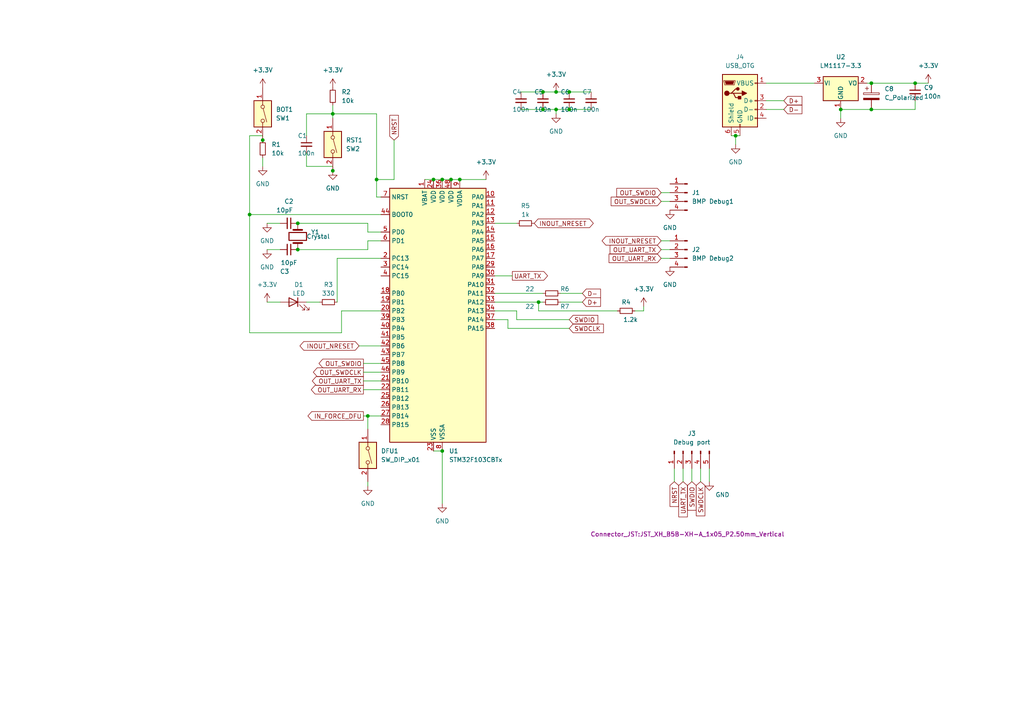
<source format=kicad_sch>
(kicad_sch (version 20230819) (generator eeschema)
  (paper "A4")
  (lib_symbols
    (symbol "Connector:Conn_01x04_Male" (pin_names (offset 1.016) hide)
      (property "Reference" "J" (at 0 5.08 0))
      (property "Value" "Conn_01x04_Male" (at 0 -7.62 0))
      (symbol "Conn_01x04_Male_1_1"
        (polyline (pts (xy 1.27 -5.08) (xy 0.8636 -5.08)) (stroke (width 0.1524)))
        (polyline (pts (xy 1.27 -2.54) (xy 0.8636 -2.54)) (stroke (width 0.1524)))
        (polyline (pts (xy 1.27 0) (xy 0.8636 0)) (stroke (width 0.1524)))
        (polyline (pts (xy 1.27 2.54) (xy 0.8636 2.54)) (stroke (width 0.1524)))
        (rectangle (start 0.8636 -4.953) (end 0 -5.207) (stroke (width 0.1524)) (fill (type outline)))
        (rectangle (start 0.8636 -2.413) (end 0 -2.667) (stroke (width 0.1524)) (fill (type outline)))
        (rectangle (start 0.8636 0.127) (end 0 -0.127) (stroke (width 0.1524)) (fill (type outline)))
        (rectangle (start 0.8636 2.667) (end 0 2.413) (stroke (width 0.1524)) (fill (type outline)))
        (pin passive line (at 5.08 2.54 180) (length 3.81) (name "Pin_1") (number "1"))
        (pin passive line (at 5.08 0 180) (length 3.81) (name "Pin_2") (number "2"))
        (pin passive line (at 5.08 -2.54 180) (length 3.81) (name "Pin_3") (number "3"))
        (pin passive line (at 5.08 -5.08 180) (length 3.81) (name "Pin_4") (number "4"))
      )
    )
    (symbol "Connector:Conn_01x05_Male" (pin_names (offset 1.016) hide)
      (property "Reference" "J" (at 0 7.62 0))
      (property "Value" "Conn_01x05_Male" (at 0 -7.62 0))
      (symbol "Conn_01x05_Male_1_1"
        (polyline (pts (xy 1.27 -5.08) (xy 0.8636 -5.08)) (stroke (width 0.1524)))
        (polyline (pts (xy 1.27 -2.54) (xy 0.8636 -2.54)) (stroke (width 0.1524)))
        (polyline (pts (xy 1.27 0) (xy 0.8636 0)) (stroke (width 0.1524)))
        (polyline (pts (xy 1.27 2.54) (xy 0.8636 2.54)) (stroke (width 0.1524)))
        (polyline (pts (xy 1.27 5.08) (xy 0.8636 5.08)) (stroke (width 0.1524)))
        (rectangle (start 0.8636 -4.953) (end 0 -5.207) (stroke (width 0.1524)) (fill (type outline)))
        (rectangle (start 0.8636 -2.413) (end 0 -2.667) (stroke (width 0.1524)) (fill (type outline)))
        (rectangle (start 0.8636 0.127) (end 0 -0.127) (stroke (width 0.1524)) (fill (type outline)))
        (rectangle (start 0.8636 2.667) (end 0 2.413) (stroke (width 0.1524)) (fill (type outline)))
        (rectangle (start 0.8636 5.207) (end 0 4.953) (stroke (width 0.1524)) (fill (type outline)))
        (pin passive line (at 5.08 5.08 180) (length 3.81) (name "Pin_1") (number "1"))
        (pin passive line (at 5.08 2.54 180) (length 3.81) (name "Pin_2") (number "2"))
        (pin passive line (at 5.08 0 180) (length 3.81) (name "Pin_3") (number "3"))
        (pin passive line (at 5.08 -2.54 180) (length 3.81) (name "Pin_4") (number "4"))
        (pin passive line (at 5.08 -5.08 180) (length 3.81) (name "Pin_5") (number "5"))
      )
    )
    (symbol "Connector:USB_OTG" (pin_names (offset 1.016))
      (property "Reference" "J" (at -5.08 11.43 0))
      (property "Value" "USB_OTG" (at -5.08 8.89 0))
      (symbol "USB_OTG_0_1"
        (rectangle (start -5.08 -7.62) (end 5.08 7.62) (stroke (width 0.254)) (fill (type background)))
        (circle (center -3.81 2.159) (radius 0.635) (stroke (width 0.254)) (fill (type outline)))
        (circle (center -0.635 3.429) (radius 0.381) (stroke (width 0.254)) (fill (type outline)))
        (rectangle (start -0.127 -7.62) (end 0.127 -6.858))
        (polyline (pts (xy -1.905 2.159) (xy 0.635 2.159)) (stroke (width 0.254)))
        (polyline (pts (xy -3.175 2.159) (xy -2.54 2.159) (xy -1.27 3.429) (xy -0.635 3.429)) (stroke (width 0.254)))
        (polyline (pts (xy -2.54 2.159) (xy -1.905 2.159) (xy -1.27 0.889) (xy 0 0.889)) (stroke (width 0.254)))
        (polyline (pts (xy 0.635 2.794) (xy 0.635 1.524) (xy 1.905 2.159) (xy 0.635 2.794)) (stroke (width 0.254)) (fill (type outline)))
        (polyline (pts (xy -4.318 5.588) (xy -1.778 5.588) (xy -2.032 4.826) (xy -4.064 4.826) (xy -4.318 5.588)) (fill (type outline)))
        (polyline (pts (xy -4.699 5.842) (xy -4.699 5.588) (xy -4.445 4.826) (xy -4.445 4.572) (xy -1.651 4.572) (xy -1.651 4.826) (xy -1.397 5.588) (xy -1.397 5.842) (xy -4.699 5.842)))
        (rectangle (start 0.254 1.27) (end -0.508 0.508) (stroke (width 0.254)) (fill (type outline)))
        (rectangle (start 5.08 -5.207) (end 4.318 -4.953))
        (rectangle (start 5.08 -2.667) (end 4.318 -2.413))
        (rectangle (start 5.08 -0.127) (end 4.318 0.127))
        (rectangle (start 5.08 4.953) (end 4.318 5.207))
      )
      (symbol "USB_OTG_1_1"
        (pin passive line (at 7.62 5.08 180) (length 2.54) (name "VBUS") (number "1"))
        (pin bidirectional line (at 7.62 -2.54 180) (length 2.54) (name "D-") (number "2"))
        (pin bidirectional line (at 7.62 0 180) (length 2.54) (name "D+") (number "3"))
        (pin passive line (at 7.62 -5.08 180) (length 2.54) (name "ID") (number "4"))
        (pin passive line (at 0 -10.16 90) (length 2.54) (name "GND") (number "5"))
        (pin passive line (at -2.54 -10.16 90) (length 2.54) (name "Shield") (number "6"))
      )
    )
    (symbol "Device:C_Polarized" (pin_numbers hide) (pin_names (offset 0.254))
      (property "Reference" "C" (at 0.635 2.54 0))
      (property "Value" "C_Polarized" (at 0.635 -2.54 0))
      (symbol "C_Polarized_0_1"
        (rectangle (start -2.286 0.508) (end 2.286 1.016))
        (polyline (pts (xy -1.778 2.286) (xy -0.762 2.286)))
        (polyline (pts (xy -1.27 2.794) (xy -1.27 1.778)))
        (rectangle (start 2.286 -0.508) (end -2.286 -1.016) (fill (type outline)))
      )
      (symbol "C_Polarized_1_1"
        (pin passive line (at 0 3.81 270) (length 2.794) (name "~") (number "1"))
        (pin passive line (at 0 -3.81 90) (length 2.794) (name "~") (number "2"))
      )
    )
    (symbol "Device:C_Small" (pin_numbers hide) (pin_names (offset 0.254) hide)
      (property "Reference" "C" (at 0.254 1.778 0))
      (property "Value" "C_Small" (at 0.254 -2.032 0))
      (symbol "C_Small_0_1"
        (polyline (pts (xy -1.524 -0.508) (xy 1.524 -0.508)) (stroke (width 0.3302)))
        (polyline (pts (xy -1.524 0.508) (xy 1.524 0.508)) (stroke (width 0.3048)))
      )
      (symbol "C_Small_1_1"
        (pin passive line (at 0 2.54 270) (length 2.032) (name "~") (number "1"))
        (pin passive line (at 0 -2.54 90) (length 2.032) (name "~") (number "2"))
      )
    )
    (symbol "Device:Crystal" (pin_numbers hide) (pin_names (offset 1.016) hide)
      (property "Reference" "Y" (at 0 3.81 0))
      (property "Value" "Crystal" (at 0 -3.81 0))
      (symbol "Crystal_0_1"
        (rectangle (start -1.143 2.54) (end 1.143 -2.54) (stroke (width 0.3048)))
        (polyline (pts (xy -2.54 0) (xy -1.905 0)))
        (polyline (pts (xy -1.905 -1.27) (xy -1.905 1.27)) (stroke (width 0.508)))
        (polyline (pts (xy 1.905 -1.27) (xy 1.905 1.27)) (stroke (width 0.508)))
        (polyline (pts (xy 2.54 0) (xy 1.905 0)))
      )
      (symbol "Crystal_1_1"
        (pin passive line (at -3.81 0 0) (length 1.27) (name "1") (number "1"))
        (pin passive line (at 3.81 0 180) (length 1.27) (name "2") (number "2"))
      )
    )
    (symbol "Device:LED" (pin_numbers hide) (pin_names (offset 1.016) hide)
      (property "Reference" "D" (at 0 2.54 0))
      (property "Value" "LED" (at 0 -2.54 0))
      (symbol "LED_0_1"
        (polyline (pts (xy -1.27 -1.27) (xy -1.27 1.27)) (stroke (width 0.254)))
        (polyline (pts (xy -1.27 0) (xy 1.27 0)))
        (polyline (pts (xy 1.27 -1.27) (xy 1.27 1.27) (xy -1.27 0) (xy 1.27 -1.27)) (stroke (width 0.254)))
        (polyline (pts (xy -3.048 -0.762) (xy -4.572 -2.286) (xy -3.81 -2.286) (xy -4.572 -2.286) (xy -4.572 -1.524)))
        (polyline (pts (xy -1.778 -0.762) (xy -3.302 -2.286) (xy -2.54 -2.286) (xy -3.302 -2.286) (xy -3.302 -1.524)))
      )
      (symbol "LED_1_1"
        (pin passive line (at -3.81 0 0) (length 2.54) (name "K") (number "1"))
        (pin passive line (at 3.81 0 180) (length 2.54) (name "A") (number "2"))
      )
    )
    (symbol "Device:R_Small" (pin_numbers hide) (pin_names (offset 0.254) hide)
      (property "Reference" "R" (at 0.762 0.508 0))
      (property "Value" "R_Small" (at 0.762 -1.016 0))
      (symbol "R_Small_0_1"
        (rectangle (start -0.762 1.778) (end 0.762 -1.778) (stroke (width 0.2032)))
      )
      (symbol "R_Small_1_1"
        (pin passive line (at 0 2.54 270) (length 0.762) (name "~") (number "1"))
        (pin passive line (at 0 -2.54 90) (length 0.762) (name "~") (number "2"))
      )
    )
    (symbol "MCU_ST_STM32F1:STM32F103CBTx"
      (property "Reference" "U" (at -12.7 39.37 0))
      (property "Value" "STM32F103CBTx" (at 10.16 39.37 0))
      (symbol "STM32F103CBTx_0_1"
        (rectangle (start -12.7 -35.56) (end 15.24 38.1) (stroke (width 0.254)) (fill (type background)))
      )
      (symbol "STM32F103CBTx_1_1"
        (pin power_in line (at -2.54 40.64 270) (length 2.54) (name "VBAT") (number "1"))
        (pin bidirectional line (at 17.78 35.56 180) (length 2.54) (name "PA0") (number "10"))
        (pin bidirectional line (at 17.78 33.02 180) (length 2.54) (name "PA1") (number "11"))
        (pin bidirectional line (at 17.78 30.48 180) (length 2.54) (name "PA2") (number "12"))
        (pin bidirectional line (at 17.78 27.94 180) (length 2.54) (name "PA3") (number "13"))
        (pin bidirectional line (at 17.78 25.4 180) (length 2.54) (name "PA4") (number "14"))
        (pin bidirectional line (at 17.78 22.86 180) (length 2.54) (name "PA5") (number "15"))
        (pin bidirectional line (at 17.78 20.32 180) (length 2.54) (name "PA6") (number "16"))
        (pin bidirectional line (at 17.78 17.78 180) (length 2.54) (name "PA7") (number "17"))
        (pin bidirectional line (at -15.24 7.62 0) (length 2.54) (name "PB0") (number "18"))
        (pin bidirectional line (at -15.24 5.08 0) (length 2.54) (name "PB1") (number "19"))
        (pin bidirectional line (at -15.24 17.78 0) (length 2.54) (name "PC13") (number "2"))
        (pin bidirectional line (at -15.24 2.54 0) (length 2.54) (name "PB2") (number "20"))
        (pin bidirectional line (at -15.24 -17.78 0) (length 2.54) (name "PB10") (number "21"))
        (pin bidirectional line (at -15.24 -20.32 0) (length 2.54) (name "PB11") (number "22"))
        (pin power_in line (at 0 -38.1 90) (length 2.54) (name "VSS") (number "23"))
        (pin power_in line (at 0 40.64 270) (length 2.54) (name "VDD") (number "24"))
        (pin bidirectional line (at -15.24 -22.86 0) (length 2.54) (name "PB12") (number "25"))
        (pin bidirectional line (at -15.24 -25.4 0) (length 2.54) (name "PB13") (number "26"))
        (pin bidirectional line (at -15.24 -27.94 0) (length 2.54) (name "PB14") (number "27"))
        (pin bidirectional line (at -15.24 -30.48 0) (length 2.54) (name "PB15") (number "28"))
        (pin bidirectional line (at 17.78 15.24 180) (length 2.54) (name "PA8") (number "29"))
        (pin bidirectional line (at -15.24 15.24 0) (length 2.54) (name "PC14") (number "3"))
        (pin bidirectional line (at 17.78 12.7 180) (length 2.54) (name "PA9") (number "30"))
        (pin bidirectional line (at 17.78 10.16 180) (length 2.54) (name "PA10") (number "31"))
        (pin bidirectional line (at 17.78 7.62 180) (length 2.54) (name "PA11") (number "32"))
        (pin bidirectional line (at 17.78 5.08 180) (length 2.54) (name "PA12") (number "33"))
        (pin bidirectional line (at 17.78 2.54 180) (length 2.54) (name "PA13") (number "34"))
        (pin passive line (at 0 -38.1 90) (length 2.54) hide (name "VSS") (number "35"))
        (pin power_in line (at 2.54 40.64 270) (length 2.54) (name "VDD") (number "36"))
        (pin bidirectional line (at 17.78 0 180) (length 2.54) (name "PA14") (number "37"))
        (pin bidirectional line (at 17.78 -2.54 180) (length 2.54) (name "PA15") (number "38"))
        (pin bidirectional line (at -15.24 0 0) (length 2.54) (name "PB3") (number "39"))
        (pin bidirectional line (at -15.24 12.7 0) (length 2.54) (name "PC15") (number "4"))
        (pin bidirectional line (at -15.24 -2.54 0) (length 2.54) (name "PB4") (number "40"))
        (pin bidirectional line (at -15.24 -5.08 0) (length 2.54) (name "PB5") (number "41"))
        (pin bidirectional line (at -15.24 -7.62 0) (length 2.54) (name "PB6") (number "42"))
        (pin bidirectional line (at -15.24 -10.16 0) (length 2.54) (name "PB7") (number "43"))
        (pin input line (at -15.24 30.48 0) (length 2.54) (name "BOOT0") (number "44"))
        (pin bidirectional line (at -15.24 -12.7 0) (length 2.54) (name "PB8") (number "45"))
        (pin bidirectional line (at -15.24 -15.24 0) (length 2.54) (name "PB9") (number "46"))
        (pin passive line (at 0 -38.1 90) (length 2.54) hide (name "VSS") (number "47"))
        (pin power_in line (at 5.08 40.64 270) (length 2.54) (name "VDD") (number "48"))
        (pin bidirectional line (at -15.24 25.4 0) (length 2.54) (name "PD0") (number "5"))
        (pin bidirectional line (at -15.24 22.86 0) (length 2.54) (name "PD1") (number "6"))
        (pin input line (at -15.24 35.56 0) (length 2.54) (name "NRST") (number "7"))
        (pin power_in line (at 2.54 -38.1 90) (length 2.54) (name "VSSA") (number "8"))
        (pin power_in line (at 7.62 40.64 270) (length 2.54) (name "VDDA") (number "9"))
      )
    )
    (symbol "Regulator_Linear:LM1117-3.3" (pin_names (offset 0.254))
      (property "Reference" "U" (at -3.81 3.175 0))
      (property "Value" "LM1117-3.3" (at 0 3.175 0))
      (symbol "LM1117-3.3_0_1"
        (rectangle (start -5.08 -5.08) (end 5.08 1.905) (stroke (width 0.254)) (fill (type background)))
      )
      (symbol "LM1117-3.3_1_1"
        (pin power_in line (at 0 -7.62 90) (length 2.54) (name "GND") (number "1"))
        (pin power_out line (at 7.62 0 180) (length 2.54) (name "VO") (number "2"))
        (pin power_in line (at -7.62 0 0) (length 2.54) (name "VI") (number "3"))
      )
    )
    (symbol "Switch:SW_DIP_x01" (pin_names (offset 0) hide)
      (property "Reference" "SW" (at 0 3.81 0))
      (property "Value" "SW_DIP_x01" (at 0 -3.81 0))
      (symbol "SW_DIP_x01_0_0"
        (circle (center -2.032 0) (radius 0.508))
        (polyline (pts (xy -1.524 0.127) (xy 2.3622 1.1684)))
        (circle (center 2.032 0) (radius 0.508))
      )
      (symbol "SW_DIP_x01_0_1"
        (rectangle (start -3.81 2.54) (end 3.81 -2.54) (stroke (width 0.254)) (fill (type background)))
      )
      (symbol "SW_DIP_x01_1_1"
        (pin passive line (at -7.62 0 0) (length 5.08) (name "~") (number "1"))
        (pin passive line (at 7.62 0 180) (length 5.08) (name "~") (number "2"))
      )
    )
    (symbol "power:+3.3V" (power) (pin_names (offset 0))
      (property "Value" "+3.3V" (at 0 3.556 0))
      (symbol "+3.3V_0_1"
        (polyline (pts (xy -0.762 1.27) (xy 0 2.54)))
        (polyline (pts (xy 0 0) (xy 0 2.54)))
        (polyline (pts (xy 0 2.54) (xy 0.762 1.27)))
      )
      (symbol "+3.3V_1_1"
        (pin power_in line (at 0 0 90) (length 0) hide (name "+3.3V") (number "1"))
      )
    )
    (symbol "power:GND" (power) (pin_names (offset 0))
      (property "Value" "GND" (at 0 -3.81 0))
      (symbol "GND_0_1"
        (polyline (pts (xy 0 0) (xy 0 -1.27) (xy 1.27 -1.27) (xy 0 -2.54) (xy -1.27 -1.27) (xy 0 -1.27)))
      )
      (symbol "GND_1_1"
        (pin power_in line (at 0 0 270) (length 0) hide (name "GND") (number "1"))
      )
    )
  )
  (junction (at 157.48 31.75))
  (junction (at 165.1 26.67))
  (junction (at 86.36 72.39))
  (junction (at 157.48 26.67))
  (junction (at 96.52 33.02))
  (junction (at 161.29 26.67))
  (junction (at 130.81 52.07))
  (junction (at 76.2 40.64))
  (junction (at 156.21 87.63))
  (junction (at 252.73 24.13))
  (junction (at 86.36 64.77))
  (junction (at 243.84 31.75))
  (junction (at 128.27 130.81))
  (junction (at 128.27 52.07))
  (junction (at 265.43 24.13))
  (junction (at 109.22 52.07))
  (junction (at 252.73 31.75))
  (junction (at 165.1 31.75))
  (junction (at 125.73 52.07))
  (junction (at 96.52 49.53))
  (junction (at 133.35 52.07))
  (junction (at 106.68 120.65))
  (junction (at 72.39 62.23))
  (junction (at 213.36 39.37))
  (junction (at 161.29 31.75))
  (wire (pts (xy 143.51 80.01) (xy 148.59 80.01)))
  (wire (pts (xy 128.27 52.07) (xy 130.81 52.07)))
  (wire (pts (xy 106.68 67.31) (xy 110.49 67.31)))
  (wire (pts (xy 157.48 31.75) (xy 161.29 31.75)))
  (wire (pts (xy 106.68 120.65) (xy 106.68 124.46)))
  (wire (pts (xy 252.73 31.75) (xy 265.43 31.75)))
  (wire (pts (xy 162.56 85.09) (xy 168.91 85.09)))
  (wire (pts (xy 96.52 30.48) (xy 96.52 33.02)))
  (wire (pts (xy 243.84 31.75) (xy 252.73 31.75)))
  (wire (pts (xy 222.25 31.75) (xy 227.33 31.75)))
  (wire (pts (xy 252.73 24.13) (xy 265.43 24.13)))
  (wire (pts (xy 106.68 72.39) (xy 106.68 69.85)))
  (wire (pts (xy 96.52 33.02) (xy 109.22 33.02)))
  (wire (pts (xy 222.25 24.13) (xy 236.22 24.13)))
  (wire (pts (xy 125.73 130.81) (xy 128.27 130.81)))
  (wire (pts (xy 191.77 69.85) (xy 194.31 69.85)))
  (wire (pts (xy 99.06 90.17) (xy 110.49 90.17)))
  (wire (pts (xy 265.43 24.13) (xy 269.24 24.13)))
  (wire (pts (xy 265.43 29.21) (xy 265.43 31.75)))
  (wire (pts (xy 243.84 31.75) (xy 243.84 34.29)))
  (wire (pts (xy 97.79 74.93) (xy 97.79 87.63)))
  (wire (pts (xy 200.66 135.89) (xy 200.66 139.7)))
  (wire (pts (xy 96.52 48.26) (xy 96.52 49.53)))
  (wire (pts (xy 156.21 87.63) (xy 156.21 90.17)))
  (wire (pts (xy 114.3 40.64) (xy 114.3 52.07)))
  (wire (pts (xy 203.2 135.89) (xy 203.2 139.7)))
  (wire (pts (xy 213.36 39.37) (xy 214.63 39.37)))
  (wire (pts (xy 133.35 52.07) (xy 140.97 52.07)))
  (wire (pts (xy 88.9 39.37) (xy 88.9 33.02)))
  (wire (pts (xy 88.9 87.63) (xy 92.71 87.63)))
  (wire (pts (xy 76.2 39.37) (xy 76.2 40.64)))
  (wire (pts (xy 88.9 44.45) (xy 88.9 48.26)))
  (wire (pts (xy 143.51 64.77) (xy 149.86 64.77)))
  (wire (pts (xy 109.22 52.07) (xy 109.22 57.15)))
  (wire (pts (xy 106.68 64.77) (xy 106.68 67.31)))
  (wire (pts (xy 186.69 88.9) (xy 186.69 90.17)))
  (wire (pts (xy 191.77 55.88) (xy 194.31 55.88)))
  (wire (pts (xy 72.39 62.23) (xy 110.49 62.23)))
  (wire (pts (xy 143.51 92.71) (xy 147.32 92.71)))
  (wire (pts (xy 76.2 45.72) (xy 76.2 48.26)))
  (wire (pts (xy 123.19 52.07) (xy 125.73 52.07)))
  (wire (pts (xy 109.22 57.15) (xy 110.49 57.15)))
  (wire (pts (xy 161.29 31.75) (xy 165.1 31.75)))
  (wire (pts (xy 106.68 69.85) (xy 110.49 69.85)))
  (wire (pts (xy 128.27 130.81) (xy 128.27 146.05)))
  (wire (pts (xy 161.29 31.75) (xy 161.29 33.02)))
  (wire (pts (xy 88.9 33.02) (xy 96.52 33.02)))
  (wire (pts (xy 72.39 39.37) (xy 76.2 39.37)))
  (wire (pts (xy 104.14 100.33) (xy 110.49 100.33)))
  (wire (pts (xy 149.86 92.71) (xy 165.1 92.71)))
  (wire (pts (xy 96.52 33.02) (xy 96.52 34.29)))
  (wire (pts (xy 72.39 39.37) (xy 72.39 62.23)))
  (wire (pts (xy 191.77 74.93) (xy 194.31 74.93)))
  (wire (pts (xy 106.68 120.65) (xy 110.49 120.65)))
  (wire (pts (xy 161.29 26.67) (xy 165.1 26.67)))
  (wire (pts (xy 198.12 135.89) (xy 198.12 139.7)))
  (wire (pts (xy 88.9 48.26) (xy 96.52 48.26)))
  (wire (pts (xy 105.41 110.49) (xy 110.49 110.49)))
  (wire (pts (xy 77.47 72.39) (xy 81.28 72.39)))
  (wire (pts (xy 213.36 39.37) (xy 213.36 41.91)))
  (wire (pts (xy 125.73 52.07) (xy 128.27 52.07)))
  (wire (pts (xy 105.41 113.03) (xy 110.49 113.03)))
  (wire (pts (xy 151.13 31.75) (xy 157.48 31.75)))
  (wire (pts (xy 179.07 90.17) (xy 156.21 90.17)))
  (wire (pts (xy 77.47 87.63) (xy 81.28 87.63)))
  (wire (pts (xy 222.25 29.21) (xy 227.33 29.21)))
  (wire (pts (xy 147.32 95.25) (xy 165.1 95.25)))
  (wire (pts (xy 86.36 72.39) (xy 106.68 72.39)))
  (wire (pts (xy 205.74 135.89) (xy 205.74 139.7)))
  (wire (pts (xy 114.3 52.07) (xy 109.22 52.07)))
  (wire (pts (xy 109.22 33.02) (xy 109.22 52.07)))
  (wire (pts (xy 86.36 64.77) (xy 106.68 64.77)))
  (wire (pts (xy 162.56 87.63) (xy 168.91 87.63)))
  (wire (pts (xy 191.77 58.42) (xy 194.31 58.42)))
  (wire (pts (xy 110.49 74.93) (xy 97.79 74.93)))
  (wire (pts (xy 212.09 39.37) (xy 213.36 39.37)))
  (wire (pts (xy 195.58 135.89) (xy 195.58 139.7)))
  (wire (pts (xy 143.51 87.63) (xy 156.21 87.63)))
  (wire (pts (xy 143.51 85.09) (xy 157.48 85.09)))
  (wire (pts (xy 165.1 31.75) (xy 171.45 31.75)))
  (wire (pts (xy 130.81 52.07) (xy 133.35 52.07)))
  (wire (pts (xy 165.1 26.67) (xy 171.45 26.67)))
  (wire (pts (xy 184.15 90.17) (xy 186.69 90.17)))
  (wire (pts (xy 147.32 95.25) (xy 147.32 92.71)))
  (wire (pts (xy 251.46 24.13) (xy 252.73 24.13)))
  (wire (pts (xy 157.48 26.67) (xy 161.29 26.67)))
  (wire (pts (xy 72.39 62.23) (xy 72.39 96.52)))
  (wire (pts (xy 105.41 107.95) (xy 110.49 107.95)))
  (wire (pts (xy 99.06 90.17) (xy 99.06 96.52)))
  (wire (pts (xy 149.86 90.17) (xy 149.86 92.71)))
  (wire (pts (xy 77.47 64.77) (xy 81.28 64.77)))
  (wire (pts (xy 191.77 72.39) (xy 194.31 72.39)))
  (wire (pts (xy 105.41 105.41) (xy 110.49 105.41)))
  (wire (pts (xy 151.13 26.67) (xy 157.48 26.67)))
  (wire (pts (xy 106.68 139.7) (xy 106.68 140.97)))
  (wire (pts (xy 143.51 90.17) (xy 149.86 90.17)))
  (wire (pts (xy 156.21 87.63) (xy 157.48 87.63)))
  (wire (pts (xy 99.06 96.52) (xy 72.39 96.52)))
  (wire (pts (xy 105.41 120.65) (xy 106.68 120.65)))
  (global_label "NRST" (shape input) (at 114.3 40.64 90) (property "Intersheetrefs" "${INTERSHEET_REFS}" (effects hide)))
  (global_label "SWDCLK" (shape input) (at 165.1 95.25 0) (property "Intersheetrefs" "${INTERSHEET_REFS}" (effects hide)))
  (global_label "OUT_SWDIO" (shape input) (at 191.77 55.88 180) (property "Intersheetrefs" "${INTERSHEET_REFS}" (effects hide)))
  (global_label "D-" (shape input) (at 168.91 85.09 0) (property "Intersheetrefs" "${INTERSHEET_REFS}" (effects hide)))
  (global_label "OUT_UART_RX" (shape input) (at 191.77 74.93 180) (property "Intersheetrefs" "${INTERSHEET_REFS}" (effects hide)))
  (global_label "OUT_UART_RX" (shape output) (at 105.41 113.03 180) (property "Intersheetrefs" "${INTERSHEET_REFS}" (effects hide)))
  (global_label "OUT_SWDCLK" (shape input) (at 191.77 58.42 180) (property "Intersheetrefs" "${INTERSHEET_REFS}" (effects hide)))
  (global_label "OUT_UART_TX" (shape output) (at 105.41 110.49 180) (property "Intersheetrefs" "${INTERSHEET_REFS}" (effects hide)))
  (global_label "UART_TX" (shape output) (at 148.59 80.01 0) (property "Intersheetrefs" "${INTERSHEET_REFS}" (effects hide)))
  (global_label "OUT_SWDCLK" (shape output) (at 105.41 107.95 180) (property "Intersheetrefs" "${INTERSHEET_REFS}" (effects hide)))
  (global_label "UART_TX" (shape input) (at 198.12 139.7 270) (property "Intersheetrefs" "${INTERSHEET_REFS}" (effects hide)))
  (global_label "OUT_UART_TX" (shape input) (at 191.77 72.39 180) (property "Intersheetrefs" "${INTERSHEET_REFS}" (effects hide)))
  (global_label "D+" (shape input) (at 168.91 87.63 0) (property "Intersheetrefs" "${INTERSHEET_REFS}" (effects hide)))
  (global_label "SWDCLK" (shape input) (at 203.2 139.7 270) (property "Intersheetrefs" "${INTERSHEET_REFS}" (effects hide)))
  (global_label "SWDIO" (shape input) (at 200.66 139.7 270) (property "Intersheetrefs" "${INTERSHEET_REFS}" (effects hide)))
  (global_label "INOUT_NRESET" (shape bidirectional) (at 104.14 100.33 180) (property "Intersheetrefs" "${INTERSHEET_REFS}" (effects hide)))
  (global_label "OUT_SWDIO" (shape output) (at 105.41 105.41 180) (property "Intersheetrefs" "${INTERSHEET_REFS}" (effects hide)))
  (global_label "IN_FORCE_DFU" (shape output) (at 105.41 120.65 180) (property "Intersheetrefs" "${INTERSHEET_REFS}" (effects hide)))
  (global_label "SWDIO" (shape input) (at 165.1 92.71 0) (property "Intersheetrefs" "${INTERSHEET_REFS}" (effects hide)))
  (global_label "INOUT_NRESET" (shape bidirectional) (at 191.77 69.85 180) (property "Intersheetrefs" "${INTERSHEET_REFS}" (effects hide)))
  (global_label "D+" (shape input) (at 227.33 29.21 0) (property "Intersheetrefs" "${INTERSHEET_REFS}" (effects hide)))
  (global_label "D-" (shape input) (at 227.33 31.75 0) (property "Intersheetrefs" "${INTERSHEET_REFS}" (effects hide)))
  (global_label "NRST" (shape input) (at 195.58 139.7 270) (property "Intersheetrefs" "${INTERSHEET_REFS}" (effects hide)))
  (global_label "INOUT_NRESET" (shape bidirectional) (at 154.94 64.77 0) (property "Intersheetrefs" "${INTERSHEET_REFS}" (effects hide)))
  (symbol (lib_id "Device:C_Small") (at 165.1 29.21 0) (unit 1)
    (property "Reference" "C6" (at 162.56 26.67 0) (effects (justify left)))
    (property "Value" "100n" (at 162.56 31.75 0) (effects (justify left)))
    (property "Footprint" "Resistor_SMD:R_0603_1608Metric" (effects hide))
  )
  (symbol (lib_id "Device:C_Small") (at 83.82 72.39 270) (unit 1)
    (property "Reference" "C3" (at 82.55 78.74 90))
    (property "Value" "10pF" (at 83.82 76.2 90))
    (property "Footprint" "Resistor_SMD:R_0603_1608Metric" (effects hide))
  )
  (symbol (lib_id "power:+3.3V") (at 186.69 88.9 0) (unit 1)
    (property "Reference" "#PWR01" (effects hide))
    (property "Value" "+3.3V" (at 186.69 83.82 0))
  )
  (symbol (lib_id "Switch:SW_DIP_x01") (at 106.68 132.08 270) (unit 1)
    (property "Reference" "DFU1" (at 110.49 130.81 90) (effects (justify left)))
    (property "Value" "SW_DIP_x01" (at 110.49 133.35 90) (effects (justify left)))
    (property "Footprint" "Button_Switch_SMD:SW_SPST_CK_RS282G05A3" (effects hide))
  )
  (symbol (lib_id "power:GND") (at 213.36 41.91 0) (unit 1)
    (property "Reference" "#PWR0112" (effects hide))
    (property "Value" "GND" (at 213.36 46.99 0))
  )
  (symbol (lib_id "Switch:SW_DIP_x01") (at 96.52 41.91 270) (unit 1)
    (property "Reference" "RST1" (at 100.33 40.64 90) (effects (justify left)))
    (property "Value" "SW2" (at 100.33 43.18 90) (effects (justify left)))
    (property "Footprint" "Button_Switch_SMD:SW_SPST_CK_RS282G05A3" (effects hide))
  )
  (symbol (lib_id "Device:R_Small") (at 76.2 43.18 0) (unit 1)
    (property "Reference" "R1" (at 78.74 41.9099 0) (effects (justify left)))
    (property "Value" "10k" (at 78.74 44.4499 0) (effects (justify left)))
    (property "Footprint" "Resistor_SMD:R_0603_1608Metric" (effects hide))
  )
  (symbol (lib_id "power:GND") (at 194.31 77.47 0) (unit 1)
    (property "Reference" "#PWR0106" (effects hide))
    (property "Value" "GND" (at 194.31 82.55 0))
  )
  (symbol (lib_id "Device:R_Small") (at 160.02 85.09 270) (unit 1)
    (property "Reference" "R6" (at 163.83 83.82 90))
    (property "Value" "22" (at 153.67 83.82 90))
    (property "Footprint" "Resistor_SMD:R_0603_1608Metric" (effects hide))
  )
  (symbol (lib_id "power:GND") (at 243.84 34.29 0) (unit 1)
    (property "Reference" "#PWR0111" (effects hide))
    (property "Value" "GND" (at 243.84 39.37 0))
  )
  (symbol (lib_id "power:GND") (at 76.2 48.26 0) (unit 1)
    (property "Reference" "#PWR02" (effects hide))
    (property "Value" "GND" (at 76.2 53.34 0))
  )
  (symbol (lib_id "power:GND") (at 194.31 60.96 0) (unit 1)
    (property "Reference" "#PWR0107" (effects hide))
    (property "Value" "GND" (at 194.31 66.04 0))
  )
  (symbol (lib_id "Device:C_Small") (at 171.45 29.21 0) (unit 1)
    (property "Reference" "C7" (at 168.91 26.67 0) (effects (justify left)))
    (property "Value" "100n" (at 168.91 31.75 0) (effects (justify left)))
    (property "Footprint" "Resistor_SMD:R_0603_1608Metric" (effects hide))
  )
  (symbol (lib_id "Connector:Conn_01x04_Male") (at 199.39 72.39 0) (mirror y) (unit 1)
    (property "Reference" "J2" (at 200.66 72.3899 0) (effects (justify right)))
    (property "Value" "BMP Debug2" (at 200.66 74.9299 0) (effects (justify right)))
    (property "Footprint" "Connector_JST:JST_XH_B4B-XH-A_1x04_P2.50mm_Vertical" (effects hide))
  )
  (symbol (lib_id "Device:C_Small") (at 265.43 26.67 0) (unit 1)
    (property "Reference" "C9" (at 267.97 25.4062 0) (effects (justify left)))
    (property "Value" "100n" (at 267.97 27.9462 0) (effects (justify left)))
    (property "Footprint" "Resistor_SMD:R_0603_1608Metric" (effects hide))
  )
  (symbol (lib_id "Device:LED") (at 85.09 87.63 0) (mirror y) (unit 1)
    (property "Reference" "D1" (at 86.6775 82.55 0))
    (property "Value" "LED" (at 86.6775 85.09 0))
    (property "Footprint" "Diode_SMD:D_0805_2012Metric" (effects hide))
  )
  (symbol (lib_id "power:+3.3V") (at 269.24 24.13 0) (unit 1)
    (property "Reference" "#PWR0113" (effects hide))
    (property "Value" "+3.3V" (at 269.24 19.05 0))
  )
  (symbol (lib_id "Regulator_Linear:LM1117-3.3") (at 243.84 24.13 0) (unit 1)
    (property "Reference" "U2" (at 243.84 16.51 0))
    (property "Value" "LM1117-3.3" (at 243.84 19.05 0))
    (property "Footprint" "Package_TO_SOT_SMD:SOT-223" (effects hide))
    (property "Datasheet" "http://www.ti.com/lit/ds/symlink/lm1117.pdf" (effects hide))
  )
  (symbol (lib_id "Device:C_Polarized") (at 252.73 27.94 0) (unit 1)
    (property "Reference" "C8" (at 256.54 25.7809 0) (effects (justify left)))
    (property "Value" "C_Polarized" (at 256.54 28.3209 0) (effects (justify left)))
    (property "Footprint" "Capacitor_THT:CP_Radial_D4.0mm_P2.00mm" (effects hide))
  )
  (symbol (lib_id "Device:C_Small") (at 157.48 29.21 0) (unit 1)
    (property "Reference" "C5" (at 154.94 26.67 0) (effects (justify left)))
    (property "Value" "100n" (at 154.94 31.75 0) (effects (justify left)))
    (property "Footprint" "Resistor_SMD:R_0603_1608Metric" (effects hide))
  )
  (symbol (lib_id "power:+3.3V") (at 161.29 26.67 0) (unit 1)
    (property "Reference" "#PWR0105" (effects hide))
    (property "Value" "+3.3V" (at 161.29 21.59 0))
  )
  (symbol (lib_id "power:+3.3V") (at 77.47 87.63 0) (unit 1)
    (property "Reference" "#PWR0110" (effects hide))
    (property "Value" "+3.3V" (at 77.47 82.55 0))
  )
  (symbol (lib_id "power:GND") (at 106.68 140.97 0) (unit 1)
    (property "Reference" "#PWR03" (effects hide))
    (property "Value" "GND" (at 106.68 146.05 0))
  )
  (symbol (lib_id "Device:R_Small") (at 96.52 27.94 0) (unit 1)
    (property "Reference" "R2" (at 99.06 26.67 0) (effects (justify left)))
    (property "Value" "10k" (at 99.06 29.21 0) (effects (justify left)))
    (property "Footprint" "Resistor_SMD:R_0603_1608Metric" (effects hide))
  )
  (symbol (lib_id "power:GND") (at 128.27 146.05 0) (unit 1)
    (property "Reference" "#PWR0101" (effects hide))
    (property "Value" "GND" (at 128.27 151.13 0))
  )
  (symbol (lib_id "Connector:Conn_01x04_Male") (at 199.39 55.88 0) (mirror y) (unit 1)
    (property "Reference" "J1" (at 200.66 55.8799 0) (effects (justify right)))
    (property "Value" "BMP Debug1" (at 200.66 58.4199 0) (effects (justify right)))
    (property "Footprint" "Connector_JST:JST_XH_B4B-XH-A_1x04_P2.50mm_Vertical" (effects hide))
  )
  (symbol (lib_id "Device:C_Small") (at 151.13 29.21 0) (unit 1)
    (property "Reference" "C4" (at 148.59 26.67 0) (effects (justify left)))
    (property "Value" "100n" (at 148.59 31.75 0) (effects (justify left)))
    (property "Footprint" "Resistor_SMD:R_0603_1608Metric" (effects hide))
  )
  (symbol (lib_id "Connector:Conn_01x05_Male") (at 200.66 130.81 90) (mirror x) (unit 1)
    (property "Reference" "J3" (at 200.66 125.73 90))
    (property "Value" "Debug port" (at 200.66 128.27 90))
    (property "Footprint" "Connector_JST:JST_XH_B5B-XH-A_1x05_P2.50mm_Vertical" (at 199.39 154.94 90))
  )
  (symbol (lib_id "Device:C_Small") (at 88.9 41.91 0) (unit 1)
    (property "Reference" "C1" (at 86.36 39.37 0) (effects (justify left)))
    (property "Value" "100n" (at 86.36 44.45 0) (effects (justify left)))
    (property "Footprint" "Resistor_SMD:R_0603_1608Metric" (effects hide))
  )
  (symbol (lib_id "power:GND") (at 77.47 64.77 0) (unit 1)
    (property "Reference" "#PWR0108" (effects hide))
    (property "Value" "GND" (at 77.47 69.85 0))
  )
  (symbol (lib_id "power:GND") (at 77.47 72.39 0) (unit 1)
    (property "Reference" "#PWR0109" (effects hide))
    (property "Value" "GND" (at 77.47 77.47 0))
  )
  (symbol (lib_id "Device:Crystal") (at 86.36 68.58 270) (unit 1)
    (property "Reference" "Y1" (at 90.17 67.3099 90) (effects (justify left)))
    (property "Value" "Crystal" (at 88.9 68.58 90) (effects (justify left)))
    (property "Footprint" "Crystal:Crystal_HC49-U_Vertical" (effects hide))
  )
  (symbol (lib_id "MCU_ST_STM32F1:STM32F103CBTx") (at 125.73 92.71 0) (unit 1)
    (property "Reference" "U1" (at 130.2259 130.81 0) (effects (justify left)))
    (property "Value" "STM32F103CBTx" (at 130.2259 133.35 0) (effects (justify left)))
    (property "Footprint" "Package_QFP:LQFP-48_7x7mm_P0.5mm" (effects hide))
    (property "Datasheet" "https://www.st.com/resource/en/datasheet/stm32f103cb.pdf" (effects hide))
  )
  (symbol (lib_id "Connector:USB_OTG") (at 214.63 29.21 0) (unit 1)
    (property "Reference" "J4" (at 214.63 16.51 0))
    (property "Value" "USB_OTG" (at 214.63 19.05 0))
    (property "Footprint" "Connector_USB:USB_Micro-B_Wuerth_629105150521" (effects hide))
    (property "Datasheet" " ~" (effects hide))
  )
  (symbol (lib_id "power:GND") (at 161.29 33.02 0) (unit 1)
    (property "Reference" "#PWR0103" (effects hide))
    (property "Value" "GND" (at 161.29 38.1 0))
  )
  (symbol (lib_id "power:GND") (at 96.52 49.53 0) (unit 1)
    (property "Reference" "#PWR0116" (effects hide))
    (property "Value" "GND" (at 96.52 54.61 0))
  )
  (symbol (lib_id "Device:R_Small") (at 95.25 87.63 270) (unit 1)
    (property "Reference" "R3" (at 95.25 82.55 90))
    (property "Value" "330" (at 95.25 85.09 90))
    (property "Footprint" "Resistor_SMD:R_0603_1608Metric" (effects hide))
  )
  (symbol (lib_id "power:+3.3V") (at 76.2 25.4 0) (unit 1)
    (property "Reference" "#PWR0117" (effects hide))
    (property "Value" "+3.3V" (at 76.2 20.32 0))
  )
  (symbol (lib_id "Device:C_Small") (at 83.82 64.77 270) (unit 1)
    (property "Reference" "C2" (at 83.8136 58.42 90))
    (property "Value" "10pF" (at 82.55 60.96 90))
    (property "Footprint" "Resistor_SMD:R_0603_1608Metric" (effects hide))
  )
  (symbol (lib_id "Switch:SW_DIP_x01") (at 76.2 33.02 270) (unit 1)
    (property "Reference" "BOT1" (at 80.01 31.75 90) (effects (justify left)))
    (property "Value" "SW1" (at 80.01 34.29 90) (effects (justify left)))
    (property "Footprint" "Button_Switch_SMD:SW_SPST_CK_RS282G05A3" (effects hide))
  )
  (symbol (lib_id "Device:R_Small") (at 160.02 87.63 270) (unit 1)
    (property "Reference" "R7" (at 163.83 88.9 90))
    (property "Value" "22" (at 153.67 88.9 90))
    (property "Footprint" "Resistor_SMD:R_0603_1608Metric" (effects hide))
  )
  (symbol (lib_id "power:GND") (at 205.74 139.7 0) (unit 1)
    (property "Reference" "#PWR0102" (effects hide))
    (property "Value" "GND" (at 209.55 143.51 0))
  )
  (symbol (lib_id "Device:R_Small") (at 152.4 64.77 270) (unit 1)
    (property "Reference" "R5" (at 152.4 59.69 90))
    (property "Value" "1k" (at 152.4 62.23 90))
    (property "Footprint" "Resistor_SMD:R_0603_1608Metric" (effects hide))
  )
  (symbol (lib_id "power:+3.3V") (at 96.52 25.4 0) (unit 1)
    (property "Reference" "#PWR0115" (effects hide))
    (property "Value" "+3.3V" (at 96.52 20.32 0))
  )
  (symbol (lib_id "Device:R_Small") (at 181.61 90.17 270) (unit 1)
    (property "Reference" "R4" (at 181.61 87.63 90))
    (property "Value" "1.2k" (at 182.88 92.71 90))
    (property "Footprint" "Resistor_SMD:R_0603_1608Metric" (effects hide))
  )
  (symbol (lib_id "power:+3.3V") (at 140.97 52.07 0) (unit 1)
    (property "Reference" "#PWR0114" (effects hide))
    (property "Value" "+3.3V" (at 140.97 46.99 0))
  )
)
</source>
